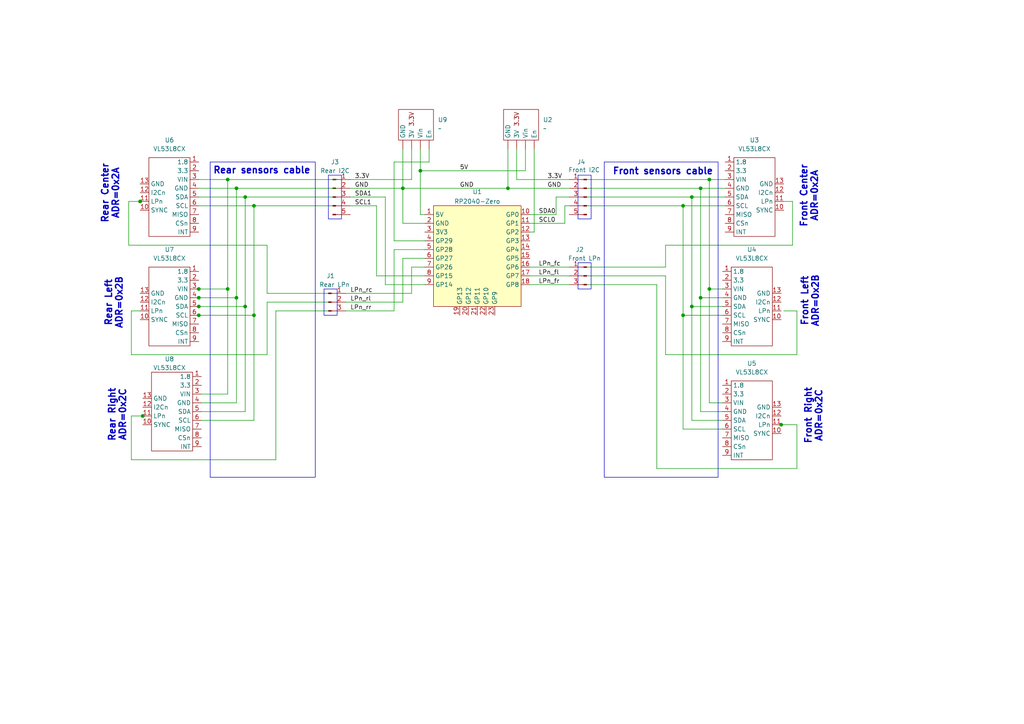
<source format=kicad_sch>
(kicad_sch (version 20250114) (generator "eeschema") (generator_version "9.0")
  (paper "A4")
  (lib_symbols
    (symbol "Connector:Conn_01x03_Pin" (pin_names (offset 1.016) (hide yes))
      (property "Reference" "J" (at 0 5.08 0))
      (property "Value" "Conn_01x03_Pin" (at 0 -5.08 0))
      (symbol "Conn_01x03_Pin_1_1"
        (rectangle (start 0.8636 2.667) (end 0 2.413) (stroke (width 0.1524)) (fill (type outline)))
        (rectangle (start 0.8636 0.127) (end 0 -0.127) (stroke (width 0.1524)) (fill (type outline)))
        (rectangle (start 0.8636 -2.413) (end 0 -2.667) (stroke (width 0.1524)) (fill (type outline)))
        (polyline (pts (xy 1.27 2.54) (xy 0.8636 2.54)) (stroke (width 0.1524)))
        (polyline (pts (xy 1.27 0) (xy 0.8636 0)) (stroke (width 0.1524)))
        (polyline (pts (xy 1.27 -2.54) (xy 0.8636 -2.54)) (stroke (width 0.1524)))
        (pin passive line (at 5.08 2.54 180) (length 3.81) (name "Pin_1") (number "1"))
        (pin passive line (at 5.08 0 180) (length 3.81) (name "Pin_2") (number "2"))
        (pin passive line (at 5.08 -2.54 180) (length 3.81) (name "Pin_3") (number "3"))
      )
    )
    (symbol "Connector:Conn_01x05_Pin" (pin_names (offset 1.016) (hide yes))
      (property "Reference" "J" (at 0 7.62 0))
      (property "Value" "Conn_01x05_Pin" (at 0 -7.62 0))
      (symbol "Conn_01x05_Pin_1_1"
        (rectangle (start 0.8636 5.207) (end 0 4.953) (stroke (width 0.1524)) (fill (type outline)))
        (rectangle (start 0.8636 2.667) (end 0 2.413) (stroke (width 0.1524)) (fill (type outline)))
        (rectangle (start 0.8636 0.127) (end 0 -0.127) (stroke (width 0.1524)) (fill (type outline)))
        (rectangle (start 0.8636 -2.413) (end 0 -2.667) (stroke (width 0.1524)) (fill (type outline)))
        (rectangle (start 0.8636 -4.953) (end 0 -5.207) (stroke (width 0.1524)) (fill (type outline)))
        (polyline (pts (xy 1.27 5.08) (xy 0.8636 5.08)) (stroke (width 0.1524)))
        (polyline (pts (xy 1.27 2.54) (xy 0.8636 2.54)) (stroke (width 0.1524)))
        (polyline (pts (xy 1.27 0) (xy 0.8636 0)) (stroke (width 0.1524)))
        (polyline (pts (xy 1.27 -2.54) (xy 0.8636 -2.54)) (stroke (width 0.1524)))
        (polyline (pts (xy 1.27 -5.08) (xy 0.8636 -5.08)) (stroke (width 0.1524)))
        (pin passive line (at 5.08 5.08 180) (length 3.81) (name "Pin_1") (number "1"))
        (pin passive line (at 5.08 2.54 180) (length 3.81) (name "Pin_2") (number "2"))
        (pin passive line (at 5.08 0 180) (length 3.81) (name "Pin_3") (number "3"))
        (pin passive line (at 5.08 -2.54 180) (length 3.81) (name "Pin_4") (number "4"))
        (pin passive line (at 5.08 -5.08 180) (length 3.81) (name "Pin_5") (number "5"))
      )
    )
    (symbol "LM3671_Adafruit_1"
      (property "Reference" "U" (at 0 0 0))
      (symbol "LM3671_Adafruit_1_0_1"
        (rectangle (start -1.27 -1.27) (end 7.62 -11.43))
      )
      (symbol "LM3671_Adafruit_1_1_1"
        (text "3.3V " (at 5.334 -5.08 0) (effects (font (size 1.27 1.27))))
        (pin power_in line (at -3.81 -2.54 0) (length 2.54) (name "GND") (number ""))
        (pin power_out line (at -3.81 -5.08 0) (length 2.54) (name "3V") (number ""))
        (pin power_in line (at -3.81 -7.62 0) (length 2.54) (name "Vin") (number ""))
        (pin input line (at -3.81 -10.16 0) (length 2.54) (name "En") (number ""))
      )
    )
    (symbol "MyRobot:LM3671_Adafruit"
      (property "Reference" "U" (at 0 0 0))
      (symbol "LM3671_Adafruit_0_1"
        (rectangle (start -1.27 -1.27) (end 7.62 -11.43))
      )
      (symbol "LM3671_Adafruit_1_1"
        (text "3.3V " (at 5.334 -5.08 0) (effects (font (size 1.27 1.27))))
        (pin power_in line (at -3.81 -2.54 0) (length 2.54) (name "GND") (number ""))
        (pin power_out line (at -3.81 -5.08 0) (length 2.54) (name "3V") (number ""))
        (pin power_in line (at -3.81 -7.62 0) (length 2.54) (name "Vin") (number ""))
        (pin input line (at -3.81 -10.16 0) (length 2.54) (name "En") (number ""))
      )
    )
    (symbol "MyRobot:VL53L8CX_Pololu_1"
      (property "Reference" "U" (at 0 0 0))
      (symbol "VL53L8CX_Pololu_1_0_1"
        (rectangle (start -3.81 -2.54) (end 8.128 -25.4))
      )
      (symbol "VL53L8CX_Pololu_1_1_1"
        (pin power_out line (at -6.35 -3.81 0) (length 2.54) (name "1.8") (number "1"))
        (pin power_in line (at -6.35 -6.35 0) (length 2.54) (name "3.3") (number "2"))
        (pin power_in line (at -6.35 -8.89 0) (length 2.54) (name "VIN") (number "3"))
        (pin bidirectional line (at -6.35 -11.43 0) (length 2.54) (name "GND") (number "4"))
        (pin bidirectional line (at -6.35 -13.97 0) (length 2.54) (name "SDA") (number "5"))
        (pin input line (at -6.35 -16.51 0) (length 2.54) (name "SCL") (number "6"))
        (pin output line (at -6.35 -19.05 0) (length 2.54) (name "MISO") (number "7"))
        (pin input line (at -6.35 -21.59 0) (length 2.54) (name "CSn") (number "8"))
        (pin input line (at -6.35 -24.13 0) (length 2.54) (name "INT") (number "9"))
        (pin input line (at 10.668 -10.16 180) (length 2.54) (name "GND") (number "13"))
        (pin input line (at 10.668 -12.7 180) (length 2.54) (name "I2Cn") (number "12"))
        (pin input line (at 10.668 -15.24 180) (length 2.54) (name "LPn") (number "11"))
        (pin input line (at 10.668 -17.78 180) (length 2.54) (name "SYNC") (number "10"))
      )
    )
    (symbol "RP2040:RP2040-Zero"
      (property "Reference" "U" (at 0 0 0))
      (property "Value" "RP2040-Zero" (at 0 8.89 0))
      (symbol "RP2040-Zero_0_1"
        (rectangle (start -12.7 7.62) (end 12.7 -21.59) (fill (type background)))
      )
      (symbol "RP2040-Zero_1_1"
        (pin power_in line (at -15.24 5.08 0) (length 2.54) (name "5V") (number "1"))
        (pin power_in line (at -15.24 2.54 0) (length 2.54) (name "GND") (number "2"))
        (pin power_in line (at -15.24 0 0) (length 2.54) (name "3V3") (number "3"))
        (pin bidirectional line (at -15.24 -2.54 0) (length 2.54) (name "GP29") (number "4"))
        (pin bidirectional line (at -15.24 -5.08 0) (length 2.54) (name "GP28") (number "5"))
        (pin bidirectional line (at -15.24 -7.62 0) (length 2.54) (name "GP27") (number "6"))
        (pin bidirectional line (at -15.24 -10.16 0) (length 2.54) (name "GP26") (number "7"))
        (pin bidirectional line (at -15.24 -12.7 0) (length 2.54) (name "GP15") (number "8"))
        (pin bidirectional line (at -15.24 -15.24 0) (length 2.54) (name "GP14") (number "9"))
        (pin bidirectional line (at -5.08 -24.13 90) (length 2.54) (name "GP13") (number "19"))
        (pin bidirectional line (at -2.54 -24.13 90) (length 2.54) (name "GP12") (number "20"))
        (pin bidirectional line (at 0 -24.13 90) (length 2.54) (name "GP11") (number "21"))
        (pin bidirectional line (at 2.54 -24.13 90) (length 2.54) (name "GP10") (number "22"))
        (pin bidirectional line (at 5.08 -24.13 90) (length 2.54) (name "GP9") (number "23"))
        (pin bidirectional line (at 15.24 5.08 180) (length 2.54) (name "GP0") (number "10"))
        (pin bidirectional line (at 15.24 2.54 180) (length 2.54) (name "GP1") (number "11"))
        (pin bidirectional line (at 15.24 0 180) (length 2.54) (name "GP2") (number "12"))
        (pin bidirectional line (at 15.24 -2.54 180) (length 2.54) (name "GP3") (number "13"))
        (pin bidirectional line (at 15.24 -5.08 180) (length 2.54) (name "GP4") (number "14"))
        (pin bidirectional line (at 15.24 -7.62 180) (length 2.54) (name "GP5") (number "15"))
        (pin bidirectional line (at 15.24 -10.16 180) (length 2.54) (name "GP6") (number "16"))
        (pin bidirectional line (at 15.24 -12.7 180) (length 2.54) (name "GP7") (number "17"))
        (pin bidirectional line (at 15.24 -15.24 180) (length 2.54) (name "GP8") (number "18"))
      )
    )
  )
  (rectangle (start 167.64 50.8) (end 171.45 63.5))
  (rectangle (start 95.25 50.8) (end 99.06 63.5))
  (rectangle (start 93.98 83.82) (end 97.79 91.44))
  (rectangle (start 60.96 46.99) (end 91.44 138.43))
  (rectangle (start 175.26 46.99) (end 208.28 138.43))
  (rectangle (start 167.64 76.2) (end 171.45 83.82))
  (text "Rear Right\nADR=0x2C\n" (at 34.036 120.396 90) (effects (font (size 1.905 1.905) (thickness 0.381) (bold yes))))
  (text "Rear sensors cable\n" (at 75.946 49.53 0) (effects (font (size 1.905 1.905) (thickness 0.381) (bold yes))))
  (text "Front Center\nADR=0x2A\n" (at 234.696 56.896 90) (effects (font (size 1.905 1.905) (thickness 0.381) (bold yes))))
  (text "Rear Center\nADR=0x2A\n" (at 32.004 56.134 90) (effects (font (size 1.905 1.905) (thickness 0.381) (bold yes))))
  (text "Front sensors cable\n" (at 192.278 49.784 0) (effects (font (size 1.905 1.905) (thickness 0.381) (bold yes))))
  (text "Front Right\nADR=0x2C\n" (at 235.966 120.65 90) (effects (font (size 1.905 1.905) (thickness 0.381) (bold yes))))
  (text "Rear Left\nADR=0x2B\n" (at 33.02 87.884 90) (effects (font (size 1.905 1.905) (thickness 0.381) (bold yes))))
  (text "Front Left\nADR=0x2B\n" (at 234.95 87.376 90) (effects (font (size 1.905 1.905) (thickness 0.381) (bold yes))))
  (junction (at 68.58 86.36))
  (junction (at 226.568 123.19))
  (junction (at 203.2 86.36))
  (junction (at 57.658 83.82))
  (junction (at 71.12 88.9))
  (junction (at 57.658 88.9))
  (junction (at 66.04 52.07))
  (junction (at 68.58 54.61))
  (junction (at 205.74 83.82))
  (junction (at 147.32 54.61))
  (junction (at 73.66 59.69))
  (junction (at 40.64 58.42))
  (junction (at 57.658 91.44))
  (junction (at 41.402 120.65))
  (junction (at 200.66 57.15))
  (junction (at 73.66 91.44))
  (junction (at 200.66 88.9))
  (junction (at 203.2 54.61))
  (junction (at 198.12 91.44))
  (junction (at 205.74 52.07))
  (junction (at 121.92 49.53))
  (junction (at 198.12 59.69))
  (junction (at 66.04 83.82))
  (junction (at 57.658 86.36))
  (junction (at 71.12 57.15))
  (junction (at 116.84 54.61))
  (wire (pts (xy 226.06 123.19) (xy 226.568 123.19)))
  (wire (pts (xy 121.92 49.53) (xy 152.4 49.53)))
  (wire (pts (xy 77.47 85.09) (xy 95.25 85.09)))
  (wire (pts (xy 38.1 120.65) (xy 38.1 133.35)))
  (wire (pts (xy 77.47 71.12) (xy 77.47 85.09)))
  (wire (pts (xy 101.6 54.61) (xy 116.84 54.61)))
  (wire (pts (xy 205.74 83.82) (xy 205.74 116.84)))
  (wire (pts (xy 203.2 86.36) (xy 203.2 119.38)))
  (wire (pts (xy 38.1 90.17) (xy 40.64 90.17)))
  (wire (pts (xy 71.12 57.15) (xy 96.52 57.15)))
  (wire (pts (xy 109.22 59.69) (xy 109.22 80.01)))
  (wire (pts (xy 116.84 74.93) (xy 123.19 74.93)))
  (wire (pts (xy 57.658 57.15) (xy 71.12 57.15)))
  (wire (pts (xy 114.3 69.85) (xy 123.19 69.85)))
  (wire (pts (xy 57.15 88.9) (xy 57.658 88.9)))
  (wire (pts (xy 193.04 102.87) (xy 231.14 102.87)))
  (wire (pts (xy 116.84 54.61) (xy 147.32 54.61)))
  (wire (pts (xy 68.58 86.36) (xy 68.58 116.84)))
  (wire (pts (xy 170.18 52.07) (xy 205.74 52.07)))
  (wire (pts (xy 153.67 64.77) (xy 163.83 64.77)))
  (wire (pts (xy 114.3 46.99) (xy 124.46 46.99)))
  (wire (pts (xy 190.5 82.55) (xy 190.5 135.89)))
  (wire (pts (xy 231.14 90.17) (xy 231.14 102.87)))
  (wire (pts (xy 121.92 49.53) (xy 121.92 62.23)))
  (wire (pts (xy 170.18 77.47) (xy 193.04 77.47)))
  (wire (pts (xy 205.74 116.84) (xy 209.55 116.84)))
  (wire (pts (xy 101.6 59.69) (xy 109.22 59.69)))
  (wire (pts (xy 163.83 59.69) (xy 165.1 59.69)))
  (wire (pts (xy 58.42 119.38) (xy 71.12 119.38)))
  (wire (pts (xy 198.12 91.44) (xy 209.55 91.44)))
  (wire (pts (xy 116.84 43.18) (xy 116.84 54.61)))
  (wire (pts (xy 203.2 86.36) (xy 209.55 86.36)))
  (wire (pts (xy 66.04 52.07) (xy 97.79 52.07)))
  (wire (pts (xy 227.33 58.42) (xy 229.87 58.42)))
  (wire (pts (xy 193.04 71.12) (xy 229.87 71.12)))
  (wire (pts (xy 200.66 57.15) (xy 200.66 88.9)))
  (wire (pts (xy 200.66 121.92) (xy 209.55 121.92)))
  (wire (pts (xy 37.338 71.12) (xy 77.47 71.12)))
  (wire (pts (xy 58.42 121.92) (xy 73.66 121.92)))
  (wire (pts (xy 57.15 83.82) (xy 57.658 83.82)))
  (wire (pts (xy 100.33 90.17) (xy 114.3 90.17)))
  (wire (pts (xy 198.12 91.44) (xy 198.12 59.69)))
  (wire (pts (xy 205.74 83.82) (xy 209.55 83.82)))
  (wire (pts (xy 37.338 58.42) (xy 40.64 58.42)))
  (wire (pts (xy 77.47 87.63) (xy 95.25 87.63)))
  (wire (pts (xy 161.29 57.15) (xy 161.29 62.23)))
  (wire (pts (xy 114.3 72.39) (xy 114.3 90.17)))
  (wire (pts (xy 203.2 119.38) (xy 209.55 119.38)))
  (wire (pts (xy 153.67 80.01) (xy 165.1 80.01)))
  (wire (pts (xy 73.66 59.69) (xy 73.66 91.44)))
  (wire (pts (xy 229.87 58.42) (xy 229.87 71.12)))
  (wire (pts (xy 111.76 82.55) (xy 123.19 82.55)))
  (wire (pts (xy 200.66 88.9) (xy 209.55 88.9)))
  (wire (pts (xy 203.2 54.61) (xy 203.2 86.36)))
  (wire (pts (xy 226.568 123.19) (xy 231.14 123.19)))
  (wire (pts (xy 163.83 59.69) (xy 163.83 64.77)))
  (wire (pts (xy 119.38 77.47) (xy 119.38 85.09)))
  (wire (pts (xy 153.67 67.31) (xy 154.94 67.31)))
  (wire (pts (xy 57.658 54.61) (xy 68.58 54.61)))
  (wire (pts (xy 193.04 71.12) (xy 193.04 77.47)))
  (wire (pts (xy 38.1 133.35) (xy 80.01 133.35)))
  (wire (pts (xy 38.1 90.17) (xy 38.1 102.87)))
  (wire (pts (xy 170.18 54.61) (xy 203.2 54.61)))
  (wire (pts (xy 66.04 52.07) (xy 66.04 83.82)))
  (wire (pts (xy 58.42 116.84) (xy 68.58 116.84)))
  (wire (pts (xy 149.86 43.18) (xy 149.86 52.07)))
  (wire (pts (xy 205.74 52.07) (xy 205.74 83.82)))
  (wire (pts (xy 114.3 46.99) (xy 114.3 69.85)))
  (wire (pts (xy 41.402 120.65) (xy 41.91 120.65)))
  (wire (pts (xy 57.658 59.69) (xy 73.66 59.69)))
  (wire (pts (xy 161.29 57.15) (xy 165.1 57.15)))
  (wire (pts (xy 200.66 88.9) (xy 200.66 121.92)))
  (wire (pts (xy 119.38 77.47) (xy 123.19 77.47)))
  (wire (pts (xy 200.66 57.15) (xy 210.312 57.15)))
  (wire (pts (xy 170.18 80.01) (xy 193.04 80.01)))
  (wire (pts (xy 71.12 88.9) (xy 71.12 119.38)))
  (wire (pts (xy 68.58 54.61) (xy 97.79 54.61)))
  (wire (pts (xy 57.658 91.44) (xy 73.66 91.44)))
  (wire (pts (xy 100.33 85.09) (xy 119.38 85.09)))
  (wire (pts (xy 58.42 114.3) (xy 66.04 114.3)))
  (wire (pts (xy 114.3 72.39) (xy 123.19 72.39)))
  (wire (pts (xy 190.5 135.89) (xy 231.14 135.89)))
  (wire (pts (xy 154.94 43.18) (xy 154.94 67.31)))
  (wire (pts (xy 38.1 120.65) (xy 41.402 120.65)))
  (wire (pts (xy 101.6 52.07) (xy 119.38 52.07)))
  (wire (pts (xy 198.12 124.46) (xy 209.55 124.46)))
  (wire (pts (xy 57.658 88.9) (xy 71.12 88.9)))
  (wire (pts (xy 40.64 58.42) (xy 41.148 58.42)))
  (wire (pts (xy 111.76 57.15) (xy 111.76 82.55)))
  (wire (pts (xy 153.67 82.55) (xy 165.1 82.55)))
  (wire (pts (xy 119.38 43.18) (xy 119.38 52.07)))
  (wire (pts (xy 170.18 82.55) (xy 190.5 82.55)))
  (wire (pts (xy 121.92 62.23) (xy 123.19 62.23)))
  (wire (pts (xy 57.15 86.36) (xy 57.658 86.36)))
  (wire (pts (xy 37.338 58.42) (xy 37.338 71.12)))
  (wire (pts (xy 116.84 64.77) (xy 123.19 64.77)))
  (wire (pts (xy 205.74 52.07) (xy 210.312 52.07)))
  (wire (pts (xy 100.33 87.63) (xy 116.84 87.63)))
  (wire (pts (xy 121.92 43.18) (xy 121.92 49.53)))
  (wire (pts (xy 80.01 90.17) (xy 95.25 90.17)))
  (wire (pts (xy 124.46 43.18) (xy 124.46 46.99)))
  (wire (pts (xy 66.04 83.82) (xy 66.04 114.3)))
  (wire (pts (xy 109.22 80.01) (xy 123.19 80.01)))
  (wire (pts (xy 57.658 86.36) (xy 68.58 86.36)))
  (wire (pts (xy 73.66 91.44) (xy 73.66 121.92)))
  (wire (pts (xy 170.18 59.69) (xy 198.12 59.69)))
  (wire (pts (xy 77.47 87.63) (xy 77.47 102.87)))
  (wire (pts (xy 38.1 102.87) (xy 77.47 102.87)))
  (wire (pts (xy 147.32 54.61) (xy 165.1 54.61)))
  (wire (pts (xy 80.01 90.17) (xy 80.01 133.35)))
  (wire (pts (xy 203.2 54.61) (xy 210.312 54.61)))
  (wire (pts (xy 193.04 80.01) (xy 193.04 102.87)))
  (wire (pts (xy 147.32 43.18) (xy 147.32 54.61)))
  (wire (pts (xy 68.58 54.61) (xy 68.58 86.36)))
  (wire (pts (xy 57.658 83.82) (xy 66.04 83.82)))
  (wire (pts (xy 198.12 124.46) (xy 198.12 91.44)))
  (wire (pts (xy 153.67 62.23) (xy 161.29 62.23)))
  (wire (pts (xy 149.86 52.07) (xy 165.1 52.07)))
  (wire (pts (xy 73.66 59.69) (xy 96.52 59.69)))
  (wire (pts (xy 198.12 59.69) (xy 210.312 59.69)))
  (wire (pts (xy 116.84 54.61) (xy 116.84 64.77)))
  (wire (pts (xy 57.658 52.07) (xy 66.04 52.07)))
  (wire (pts (xy 57.15 91.44) (xy 57.658 91.44)))
  (wire (pts (xy 153.67 77.47) (xy 165.1 77.47)))
  (wire (pts (xy 101.6 57.15) (xy 111.76 57.15)))
  (wire (pts (xy 71.12 57.15) (xy 71.12 88.9)))
  (wire (pts (xy 227.33 90.17) (xy 231.14 90.17)))
  (wire (pts (xy 231.14 123.19) (xy 231.14 135.89)))
  (wire (pts (xy 152.4 43.18) (xy 152.4 49.53)))
  (wire (pts (xy 170.18 57.15) (xy 200.66 57.15)))
  (wire (pts (xy 116.84 74.93) (xy 116.84 87.63)))
  (label "SCL0" (at 156.21 64.77 0))
  (label "LPn_rc" (at 101.6 85.09 0))
  (label "SDA1" (at 102.87 57.15 0))
  (label "LPn_fc" (at 156.21 77.47 0))
  (label "GND" (at 158.75 54.61 0))
  (label "LPn_rr" (at 101.6 90.17 0))
  (label "3.3V" (at 158.75 52.07 0))
  (label "3.3V" (at 102.87 52.07 0))
  (label "GND" (at 133.35 54.61 0))
  (label "GND" (at 102.87 54.61 0))
  (label "SDA0" (at 156.21 62.23 0))
  (label "SCL1" (at 102.87 59.69 0))
  (label "5V" (at 133.35 49.53 0))
  (label "LPn_fl" (at 156.21 80.01 0))
  (label "LPn_rl" (at 101.6 87.63 0))
  (label "LPn_fr" (at 156.21 82.55 0))
  (symbol (lib_id "Connector:Conn_01x05_Pin") (at 170.18 57.15 0) (mirror y) (unit 1)
    (property "Reference" "J4" (at 167.386 46.99 0) (effects (justify right)))
    (property "Value" "Front I2C" (at 164.846 49.276 0) (effects (justify right)))
    (property "Description" "Generic connector, single row, 01x05, script generated" (effects (hide yes)))
  )
  (symbol (lib_id "RP2040:RP2040-Zero") (at 138.43 67.31 0) (unit 1)
    (property "Reference" "U1" (at 138.43 55.626 0))
    (property "Value" "RP2040-Zero" (at 138.43 58.42 0))
  )
  (symbol (lib_id "MyRobot:VL53L8CX_Pololu_1") (at 51.308 74.93 0) (mirror y) (unit 1)
    (property "Reference" "U7" (at 49.149 72.39 0))
    (property "Value" "VL53L8CX" (at 49.149 74.93 0))
  )
  (symbol (lib_id "Connector:Conn_01x03_Pin") (at 170.18 80.01 0) (mirror y) (unit 1)
    (property "Reference" "J2" (at 168.148 72.39 0))
    (property "Value" "Front LPn" (at 169.545 74.93 0))
    (property "Description" "Generic connector, single row, 01x03, script generated" (effects (hide yes)))
  )
  (symbol (lib_name "LM3671_Adafruit_1") (lib_id "MyRobot:LM3671_Adafruit") (at 114.3 39.37 90) (unit 1)
    (property "Reference" "U9" (at 127 34.7423 90) (effects (justify right)))
    (property "Value" "~" (at 127 37.2823 90) (effects (justify right)))
  )
  (symbol (lib_id "MyRobot:VL53L8CX_Pololu_1") (at 216.662 43.18 0) (unit 1)
    (property "Reference" "U3" (at 218.821 40.64 0))
    (property "Value" "VL53L8CX" (at 218.821 43.18 0))
  )
  (symbol (lib_id "MyRobot:LM3671_Adafruit") (at 144.78 39.37 90) (unit 1)
    (property "Reference" "U2" (at 157.48 34.7423 90) (effects (justify right)))
    (property "Value" "~" (at 157.48 37.2823 90) (effects (justify right)))
  )
  (symbol (lib_id "MyRobot:VL53L8CX_Pololu_1") (at 215.9 107.95 0) (unit 1)
    (property "Reference" "U5" (at 218.059 105.41 0))
    (property "Value" "VL53L8CX" (at 218.059 107.95 0))
  )
  (symbol (lib_id "Connector:Conn_01x05_Pin") (at 96.52 57.15 0) (unit 1)
    (property "Reference" "J3" (at 97.155 46.99 0))
    (property "Value" "Rear I2C" (at 97.155 49.53 0))
    (property "Description" "Generic connector, single row, 01x05, script generated" (effects (hide yes)))
  )
  (symbol (lib_id "Connector:Conn_01x03_Pin") (at 95.25 87.63 0) (unit 1)
    (property "Reference" "J1" (at 95.885 80.01 0))
    (property "Value" "Rear LPn" (at 97.028 82.55 0))
    (property "Description" "Generic connector, single row, 01x03, script generated" (effects (hide yes)))
  )
  (symbol (lib_id "MyRobot:VL53L8CX_Pololu_1") (at 215.9 74.93 0) (unit 1)
    (property "Reference" "U4" (at 218.059 72.39 0))
    (property "Value" "VL53L8CX" (at 218.059 74.93 0))
  )
  (symbol (lib_id "MyRobot:VL53L8CX_Pololu_1") (at 51.308 43.18 0) (mirror y) (unit 1)
    (property "Reference" "U6" (at 49.149 40.64 0))
    (property "Value" "VL53L8CX" (at 49.149 43.18 0))
  )
  (symbol (lib_id "MyRobot:VL53L8CX_Pololu_1") (at 52.07 105.41 0) (mirror y) (unit 1)
    (property "Reference" "U8" (at 49.149 104.14 0))
    (property "Value" "VL53L8CX" (at 49.149 106.68 0))
  )
)
</source>
